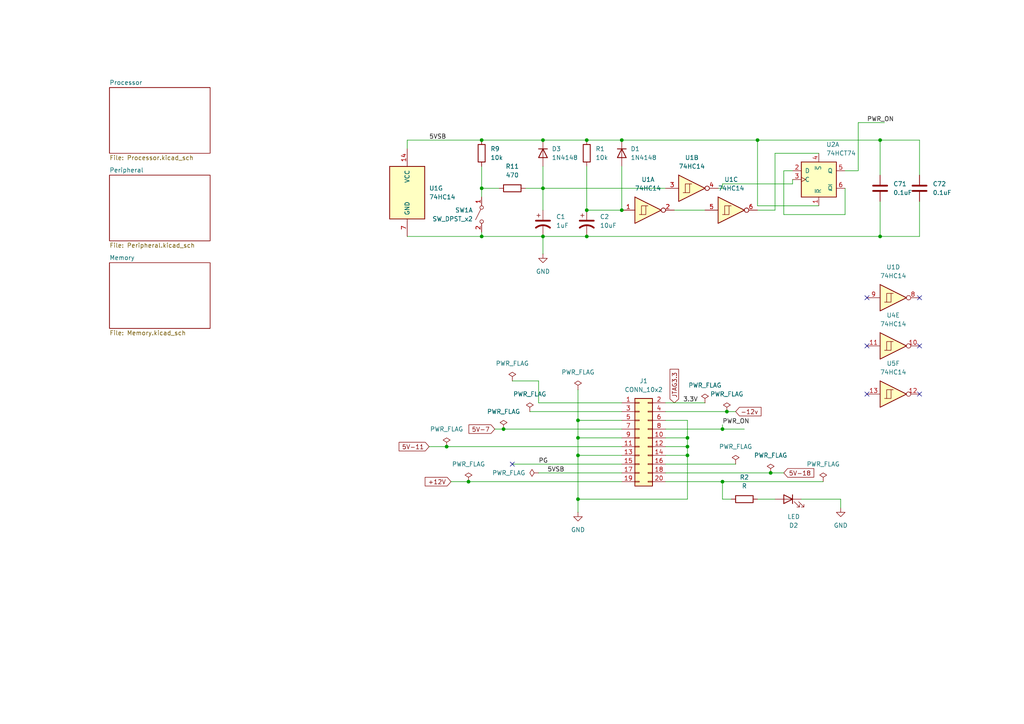
<source format=kicad_sch>
(kicad_sch (version 20250114) (generator "eeschema") (generator_version "9.0")
  (paper "A4")
  (lib_symbols
    (symbol "74xx:74HC14" (pin_names (offset 1.016))
      (property "Reference" "U" (at 0 1.27 0))
      (property "Value" "74HC14" (at 0 -1.27 0))
      (symbol "74HC14_1_0"
        (polyline (pts (xy -3.81 3.81) (xy -3.81 -3.81) (xy 3.81 0) (xy -3.81 3.81)) (stroke (width 0.254)) (fill (type background)))
        (pin input line (at -7.62 0 0) (length 3.81) (name "~") (number "1"))
        (pin output inverted (at 7.62 0 180) (length 3.81) (name "~") (number "2"))
      )
      (symbol "74HC14_1_1"
        (polyline (pts (xy -2.54 -1.27) (xy -0.635 -1.27) (xy -0.635 1.27) (xy 0 1.27)))
        (polyline (pts (xy -1.905 -1.27) (xy -1.905 1.27) (xy -0.635 1.27)))
      )
      (symbol "74HC14_2_0"
        (polyline (pts (xy -3.81 3.81) (xy -3.81 -3.81) (xy 3.81 0) (xy -3.81 3.81)) (stroke (width 0.254)) (fill (type background)))
        (pin input line (at -7.62 0 0) (length 3.81) (name "~") (number "3"))
        (pin output inverted (at 7.62 0 180) (length 3.81) (name "~") (number "4"))
      )
      (symbol "74HC14_2_1"
        (polyline (pts (xy -2.54 -1.27) (xy -0.635 -1.27) (xy -0.635 1.27) (xy 0 1.27)))
        (polyline (pts (xy -1.905 -1.27) (xy -1.905 1.27) (xy -0.635 1.27)))
      )
      (symbol "74HC14_3_0"
        (polyline (pts (xy -3.81 3.81) (xy -3.81 -3.81) (xy 3.81 0) (xy -3.81 3.81)) (stroke (width 0.254)) (fill (type background)))
        (pin input line (at -7.62 0 0) (length 3.81) (name "~") (number "5"))
        (pin output inverted (at 7.62 0 180) (length 3.81) (name "~") (number "6"))
      )
      (symbol "74HC14_3_1"
        (polyline (pts (xy -2.54 -1.27) (xy -0.635 -1.27) (xy -0.635 1.27) (xy 0 1.27)))
        (polyline (pts (xy -1.905 -1.27) (xy -1.905 1.27) (xy -0.635 1.27)))
      )
      (symbol "74HC14_4_0"
        (polyline (pts (xy -3.81 3.81) (xy -3.81 -3.81) (xy 3.81 0) (xy -3.81 3.81)) (stroke (width 0.254)) (fill (type background)))
        (pin input line (at -7.62 0 0) (length 3.81) (name "~") (number "9"))
        (pin output inverted (at 7.62 0 180) (length 3.81) (name "~") (number "8"))
      )
      (symbol "74HC14_4_1"
        (polyline (pts (xy -2.54 -1.27) (xy -0.635 -1.27) (xy -0.635 1.27) (xy 0 1.27)))
        (polyline (pts (xy -1.905 -1.27) (xy -1.905 1.27) (xy -0.635 1.27)))
      )
      (symbol "74HC14_5_0"
        (polyline (pts (xy -3.81 3.81) (xy -3.81 -3.81) (xy 3.81 0) (xy -3.81 3.81)) (stroke (width 0.254)) (fill (type background)))
        (pin input line (at -7.62 0 0) (length 3.81) (name "~") (number "11"))
        (pin output inverted (at 7.62 0 180) (length 3.81) (name "~") (number "10"))
      )
      (symbol "74HC14_5_1"
        (polyline (pts (xy -2.54 -1.27) (xy -0.635 -1.27) (xy -0.635 1.27) (xy 0 1.27)))
        (polyline (pts (xy -1.905 -1.27) (xy -1.905 1.27) (xy -0.635 1.27)))
      )
      (symbol "74HC14_6_0"
        (polyline (pts (xy -3.81 3.81) (xy -3.81 -3.81) (xy 3.81 0) (xy -3.81 3.81)) (stroke (width 0.254)) (fill (type background)))
        (pin input line (at -7.62 0 0) (length 3.81) (name "~") (number "13"))
        (pin output inverted (at 7.62 0 180) (length 3.81) (name "~") (number "12"))
      )
      (symbol "74HC14_6_1"
        (polyline (pts (xy -2.54 -1.27) (xy -0.635 -1.27) (xy -0.635 1.27) (xy 0 1.27)))
        (polyline (pts (xy -1.905 -1.27) (xy -1.905 1.27) (xy -0.635 1.27)))
      )
      (symbol "74HC14_7_0"
        (pin power_in line (at 0 12.7 270) (length 5.08) (name "VCC") (number "14"))
        (pin power_in line (at 0 -12.7 90) (length 5.08) (name "GND") (number "7"))
      )
      (symbol "74HC14_7_1"
        (rectangle (start -5.08 7.62) (end 5.08 -7.62) (stroke (width 0.254)) (fill (type background)))
      )
    )
    (symbol "74xx:74HCT74" (pin_names (offset 1.016))
      (property "Reference" "U" (at -7.62 8.89 0))
      (property "Value" "74HCT74" (at -7.62 -8.89 0))
      (symbol "74HCT74_1_0"
        (pin input line (at -7.62 2.54 0) (length 2.54) (name "D") (number "2"))
        (pin input clock (at -7.62 0 0) (length 2.54) (name "C") (number "3"))
        (pin input line (at 0 7.62 270) (length 2.54) (name "~{S}") (number "4"))
        (pin input line (at 0 -7.62 90) (length 2.54) (name "~{R}") (number "1"))
        (pin output line (at 7.62 2.54 180) (length 2.54) (name "Q") (number "5"))
        (pin output line (at 7.62 -2.54 180) (length 2.54) (name "~{Q}") (number "6"))
      )
      (symbol "74HCT74_1_1"
        (rectangle (start -5.08 5.08) (end 5.08 -5.08) (stroke (width 0.254)) (fill (type background)))
      )
      (symbol "74HCT74_2_0"
        (pin input line (at -7.62 2.54 0) (length 2.54) (name "D") (number "12"))
        (pin input clock (at -7.62 0 0) (length 2.54) (name "C") (number "11"))
        (pin input line (at 0 7.62 270) (length 2.54) (name "~{S}") (number "10"))
        (pin input line (at 0 -7.62 90) (length 2.54) (name "~{R}") (number "13"))
        (pin output line (at 7.62 2.54 180) (length 2.54) (name "Q") (number "9"))
        (pin output line (at 7.62 -2.54 180) (length 2.54) (name "~{Q}") (number "8"))
      )
      (symbol "74HCT74_2_1"
        (rectangle (start -5.08 5.08) (end 5.08 -5.08) (stroke (width 0.254)) (fill (type background)))
      )
      (symbol "74HCT74_3_0"
        (pin power_in line (at 0 10.16 270) (length 2.54) (name "VCC") (number "14"))
        (pin power_in line (at 0 -10.16 90) (length 2.54) (name "GND") (number "7"))
      )
      (symbol "74HCT74_3_1"
        (rectangle (start -5.08 7.62) (end 5.08 -7.62) (stroke (width 0.254)) (fill (type background)))
      )
    )
    (symbol "Connector_Generic:Conn_02x10_Odd_Even" (pin_names (offset 1.016) (hide yes))
      (property "Reference" "J" (at 1.27 12.7 0))
      (property "Value" "Conn_02x10_Odd_Even" (at 1.27 -15.24 0))
      (symbol "Conn_02x10_Odd_Even_1_1"
        (rectangle (start -1.27 11.43) (end 3.81 -13.97) (stroke (width 0.254)) (fill (type background)))
        (rectangle (start -1.27 10.287) (end 0 10.033) (stroke (width 0.1524)))
        (rectangle (start -1.27 7.747) (end 0 7.493) (stroke (width 0.1524)))
        (rectangle (start -1.27 5.207) (end 0 4.953) (stroke (width 0.1524)))
        (rectangle (start -1.27 2.667) (end 0 2.413) (stroke (width 0.1524)))
        (rectangle (start -1.27 0.127) (end 0 -0.127) (stroke (width 0.1524)))
        (rectangle (start -1.27 -2.413) (end 0 -2.667) (stroke (width 0.1524)))
        (rectangle (start -1.27 -4.953) (end 0 -5.207) (stroke (width 0.1524)))
        (rectangle (start -1.27 -7.493) (end 0 -7.747) (stroke (width 0.1524)))
        (rectangle (start -1.27 -10.033) (end 0 -10.287) (stroke (width 0.1524)))
        (rectangle (start -1.27 -12.573) (end 0 -12.827) (stroke (width 0.1524)))
        (rectangle (start 3.81 10.287) (end 2.54 10.033) (stroke (width 0.1524)))
        (rectangle (start 3.81 7.747) (end 2.54 7.493) (stroke (width 0.1524)))
        (rectangle (start 3.81 5.207) (end 2.54 4.953) (stroke (width 0.1524)))
        (rectangle (start 3.81 2.667) (end 2.54 2.413) (stroke (width 0.1524)))
        (rectangle (start 3.81 0.127) (end 2.54 -0.127) (stroke (width 0.1524)))
        (rectangle (start 3.81 -2.413) (end 2.54 -2.667) (stroke (width 0.1524)))
        (rectangle (start 3.81 -4.953) (end 2.54 -5.207) (stroke (width 0.1524)))
        (rectangle (start 3.81 -7.493) (end 2.54 -7.747) (stroke (width 0.1524)))
        (rectangle (start 3.81 -10.033) (end 2.54 -10.287) (stroke (width 0.1524)))
        (rectangle (start 3.81 -12.573) (end 2.54 -12.827) (stroke (width 0.1524)))
        (pin passive line (at -5.08 10.16 0) (length 3.81) (name "Pin_1") (number "1"))
        (pin passive line (at -5.08 7.62 0) (length 3.81) (name "Pin_3") (number "3"))
        (pin passive line (at -5.08 5.08 0) (length 3.81) (name "Pin_5") (number "5"))
        (pin passive line (at -5.08 2.54 0) (length 3.81) (name "Pin_7") (number "7"))
        (pin passive line (at -5.08 0 0) (length 3.81) (name "Pin_9") (number "9"))
        (pin passive line (at -5.08 -2.54 0) (length 3.81) (name "Pin_11") (number "11"))
        (pin passive line (at -5.08 -5.08 0) (length 3.81) (name "Pin_13") (number "13"))
        (pin passive line (at -5.08 -7.62 0) (length 3.81) (name "Pin_15") (number "15"))
        (pin passive line (at -5.08 -10.16 0) (length 3.81) (name "Pin_17") (number "17"))
        (pin passive line (at -5.08 -12.7 0) (length 3.81) (name "Pin_19") (number "19"))
        (pin passive line (at 7.62 10.16 180) (length 3.81) (name "Pin_2") (number "2"))
        (pin passive line (at 7.62 7.62 180) (length 3.81) (name "Pin_4") (number "4"))
        (pin passive line (at 7.62 5.08 180) (length 3.81) (name "Pin_6") (number "6"))
        (pin passive line (at 7.62 2.54 180) (length 3.81) (name "Pin_8") (number "8"))
        (pin passive line (at 7.62 0 180) (length 3.81) (name "Pin_10") (number "10"))
        (pin passive line (at 7.62 -2.54 180) (length 3.81) (name "Pin_12") (number "12"))
        (pin passive line (at 7.62 -5.08 180) (length 3.81) (name "Pin_14") (number "14"))
        (pin passive line (at 7.62 -7.62 180) (length 3.81) (name "Pin_16") (number "16"))
        (pin passive line (at 7.62 -10.16 180) (length 3.81) (name "Pin_18") (number "18"))
        (pin passive line (at 7.62 -12.7 180) (length 3.81) (name "Pin_20") (number "20"))
      )
    )
    (symbol "Device:C" (pin_numbers (hide yes)) (pin_names (offset 0.254))
      (property "Reference" "C" (at 0.635 2.54 0))
      (property "Value" "C" (at 0.635 -2.54 0))
      (symbol "C_0_1"
        (polyline (pts (xy -2.032 0.762) (xy 2.032 0.762)) (stroke (width 0.508)))
        (polyline (pts (xy -2.032 -0.762) (xy 2.032 -0.762)) (stroke (width 0.508)))
      )
      (symbol "C_1_1"
        (pin passive line (at 0 3.81 270) (length 2.794) (name "~") (number "1"))
        (pin passive line (at 0 -3.81 90) (length 2.794) (name "~") (number "2"))
      )
    )
    (symbol "Device:C_Polarized_US" (pin_numbers (hide yes)) (pin_names (offset 0.254) (hide yes))
      (property "Reference" "C" (at 0.635 2.54 0))
      (property "Value" "C_Polarized_US" (at 0.635 -2.54 0))
      (symbol "C_Polarized_US_0_1"
        (polyline (pts (xy -2.032 0.762) (xy 2.032 0.762)) (stroke (width 0.508)))
        (polyline (pts (xy -1.778 2.286) (xy -0.762 2.286)))
        (polyline (pts (xy -1.27 1.778) (xy -1.27 2.794)))
        (arc (start -2.032 -1.27) (mid 0 -0.5572) (end 2.032 -1.27) (stroke (width 0.508)))
      )
      (symbol "C_Polarized_US_1_1"
        (pin passive line (at 0 3.81 270) (length 2.794) (name "~") (number "1"))
        (pin passive line (at 0 -3.81 90) (length 3.302) (name "~") (number "2"))
      )
    )
    (symbol "Device:LED" (pin_numbers (hide yes)) (pin_names (offset 1.016) (hide yes))
      (property "Reference" "D" (at 0 2.54 0))
      (property "Value" "LED" (at 0 -2.54 0))
      (symbol "LED_0_1"
        (polyline (pts (xy -3.048 -0.762) (xy -4.572 -2.286) (xy -3.81 -2.286) (xy -4.572 -2.286) (xy -4.572 -1.524)))
        (polyline (pts (xy -1.778 -0.762) (xy -3.302 -2.286) (xy -2.54 -2.286) (xy -3.302 -2.286) (xy -3.302 -1.524)))
        (polyline (pts (xy -1.27 0) (xy 1.27 0)))
        (polyline (pts (xy -1.27 -1.27) (xy -1.27 1.27)) (stroke (width 0.254)))
        (polyline (pts (xy 1.27 -1.27) (xy 1.27 1.27) (xy -1.27 0) (xy 1.27 -1.27)) (stroke (width 0.254)))
      )
      (symbol "LED_1_1"
        (pin passive line (at -3.81 0 0) (length 2.54) (name "K") (number "1"))
        (pin passive line (at 3.81 0 180) (length 2.54) (name "A") (number "2"))
      )
    )
    (symbol "Device:R" (pin_numbers (hide yes)) (pin_names (offset 0))
      (property "Reference" "R" (at 2.032 0 90))
      (property "Value" "R" (at 0 0 90))
      (symbol "R_0_1"
        (rectangle (start -1.016 -2.54) (end 1.016 2.54) (stroke (width 0.254)))
      )
      (symbol "R_1_1"
        (pin passive line (at 0 3.81 270) (length 1.27) (name "~") (number "1"))
        (pin passive line (at 0 -3.81 90) (length 1.27) (name "~") (number "2"))
      )
    )
    (symbol "Diode:1N4148" (pin_numbers (hide yes)) (pin_names (hide yes))
      (property "Reference" "D" (at 0 2.54 0))
      (property "Value" "1N4148" (at 0 -2.54 0))
      (symbol "1N4148_0_1"
        (polyline (pts (xy -1.27 1.27) (xy -1.27 -1.27)) (stroke (width 0.254)))
        (polyline (pts (xy 1.27 1.27) (xy 1.27 -1.27) (xy -1.27 0) (xy 1.27 1.27)) (stroke (width 0.254)))
        (polyline (pts (xy 1.27 0) (xy -1.27 0)))
      )
      (symbol "1N4148_1_1"
        (pin passive line (at -3.81 0 0) (length 2.54) (name "K") (number "1"))
        (pin passive line (at 3.81 0 180) (length 2.54) (name "A") (number "2"))
      )
    )
    (symbol "Switch:SW_DPST_x2" (pin_names (offset 0) (hide yes))
      (property "Reference" "SW" (at 0 3.175 0))
      (property "Value" "SW_DPST_x2" (at 0 -2.54 0))
      (symbol "SW_DPST_x2_0_0"
        (circle (center -2.032 0) (radius 0.508))
        (polyline (pts (xy -1.524 0.254) (xy 1.524 1.778)))
        (circle (center 2.032 0) (radius 0.508))
      )
      (symbol "SW_DPST_x2_1_1"
        (pin passive line (at -5.08 0 0) (length 2.54) (name "A") (number "1"))
        (pin passive line (at 5.08 0 180) (length 2.54) (name "B") (number "2"))
      )
      (symbol "SW_DPST_x2_2_1"
        (pin passive line (at -5.08 0 0) (length 2.54) (name "A") (number "3"))
        (pin passive line (at 5.08 0 180) (length 2.54) (name "B") (number "4"))
      )
    )
    (symbol "power:GND" (power) (pin_numbers (hide yes)) (pin_names (offset 0) (hide yes))
      (property "Value" "GND" (at 0 -3.81 0))
      (symbol "GND_0_1"
        (polyline (pts (xy 0 0) (xy 0 -1.27) (xy 1.27 -1.27) (xy 0 -2.54) (xy -1.27 -1.27) (xy 0 -1.27)))
      )
      (symbol "GND_1_1"
        (pin power_in line (at 0 0 270) (length 0) (name "~") (number "1"))
      )
    )
    (symbol "power:PWR_FLAG" (power) (pin_numbers (hide yes)) (pin_names (offset 0) (hide yes))
      (property "Value" "PWR_FLAG" (at 0 3.81 0))
      (symbol "PWR_FLAG_0_0"
        (pin power_out line (at 0 0 90) (length 0) (name "~") (number "1"))
      )
      (symbol "PWR_FLAG_0_1"
        (polyline (pts (xy 0 0) (xy 0 1.27) (xy -1.016 1.905) (xy 0 2.54) (xy 1.016 1.905) (xy 0 1.27)))
      )
    )
  )
  (junction (at 219.71 40.64))
  (junction (at 180.34 40.64))
  (junction (at 170.18 60.96))
  (junction (at 255.27 40.64))
  (junction (at 199.39 127))
  (junction (at 210.82 119.38))
  (junction (at 223.52 137.16))
  (junction (at 129.54 129.54))
  (junction (at 209.55 139.7))
  (junction (at 167.64 127))
  (junction (at 167.64 132.08))
  (junction (at 139.7 40.64))
  (junction (at 170.18 40.64))
  (junction (at 199.39 129.54))
  (junction (at 167.64 121.92))
  (junction (at 209.55 124.46))
  (junction (at 135.89 139.7))
  (junction (at 157.48 68.58))
  (junction (at 139.7 54.61))
  (junction (at 255.27 68.58))
  (junction (at 170.18 68.58))
  (junction (at 139.7 68.58))
  (junction (at 180.34 60.96))
  (junction (at 146.05 124.46))
  (junction (at 199.39 132.08))
  (junction (at 157.48 40.64))
  (junction (at 157.48 54.61))
  (junction (at 167.64 144.78))
  (no_connect (at 251.46 114.3))
  (no_connect (at 251.46 86.36))
  (no_connect (at 266.7 100.33))
  (no_connect (at 148.59 134.62))
  (no_connect (at 266.7 114.3))
  (no_connect (at 251.46 100.33))
  (no_connect (at 266.7 86.36))
  (wire (pts (xy 199.39 127) (xy 199.39 129.54)))
  (wire (pts (xy 180.34 127) (xy 167.64 127)))
  (wire (pts (xy 118.11 43.18) (xy 118.11 40.64)))
  (wire (pts (xy 157.48 48.26) (xy 157.48 54.61)))
  (wire (pts (xy 118.11 40.64) (xy 139.7 40.64)))
  (wire (pts (xy 248.92 49.53) (xy 245.11 49.53)))
  (wire (pts (xy 167.64 121.92) (xy 180.34 121.92)))
  (wire (pts (xy 146.05 124.46) (xy 180.34 124.46)))
  (wire (pts (xy 135.89 139.7) (xy 180.34 139.7)))
  (wire (pts (xy 209.55 124.46) (xy 215.9 124.46)))
  (wire (pts (xy 209.55 54.61) (xy 208.28 54.61)))
  (wire (pts (xy 199.39 129.54) (xy 199.39 132.08)))
  (wire (pts (xy 139.7 68.58) (xy 157.48 68.58)))
  (wire (pts (xy 193.04 119.38) (xy 210.82 119.38)))
  (wire (pts (xy 199.39 132.08) (xy 199.39 144.78)))
  (wire (pts (xy 213.36 119.38) (xy 210.82 119.38)))
  (wire (pts (xy 193.04 54.61) (xy 157.48 54.61)))
  (wire (pts (xy 180.34 48.26) (xy 180.34 60.96)))
  (wire (pts (xy 255.27 40.64) (xy 219.71 40.64)))
  (wire (pts (xy 248.92 35.56) (xy 256.54 35.56)))
  (wire (pts (xy 266.7 50.8) (xy 266.7 40.64)))
  (wire (pts (xy 255.27 68.58) (xy 170.18 68.58)))
  (wire (pts (xy 157.48 73.66) (xy 157.48 68.58)))
  (wire (pts (xy 167.64 113.03) (xy 167.64 121.92)))
  (wire (pts (xy 237.49 59.69) (xy 219.71 59.69)))
  (wire (pts (xy 144.78 54.61) (xy 139.7 54.61)))
  (wire (pts (xy 232.41 144.78) (xy 243.84 144.78)))
  (wire (pts (xy 167.64 127) (xy 167.64 121.92)))
  (wire (pts (xy 157.48 60.96) (xy 157.48 54.61)))
  (wire (pts (xy 255.27 58.42) (xy 255.27 68.58)))
  (wire (pts (xy 219.71 144.78) (xy 224.79 144.78)))
  (wire (pts (xy 139.7 40.64) (xy 157.48 40.64)))
  (wire (pts (xy 139.7 67.31) (xy 139.7 68.58)))
  (wire (pts (xy 229.87 53.34) (xy 229.87 52.07)))
  (wire (pts (xy 170.18 48.26) (xy 170.18 60.96)))
  (wire (pts (xy 266.7 58.42) (xy 266.7 68.58)))
  (wire (pts (xy 167.64 144.78) (xy 199.39 144.78)))
  (wire (pts (xy 199.39 121.92) (xy 199.39 127)))
  (wire (pts (xy 219.71 40.64) (xy 180.34 40.64)))
  (wire (pts (xy 193.04 137.16) (xy 223.52 137.16)))
  (wire (pts (xy 156.21 137.16) (xy 180.34 137.16)))
  (wire (pts (xy 219.71 59.69) (xy 219.71 40.64)))
  (wire (pts (xy 193.04 139.7) (xy 209.55 139.7)))
  (wire (pts (xy 204.47 116.84) (xy 193.04 116.84)))
  (wire (pts (xy 193.04 134.62) (xy 213.36 134.62)))
  (wire (pts (xy 209.55 54.61) (xy 209.55 53.34)))
  (wire (pts (xy 193.04 129.54) (xy 199.39 129.54)))
  (wire (pts (xy 212.09 144.78) (xy 209.55 144.78)))
  (wire (pts (xy 170.18 40.64) (xy 180.34 40.64)))
  (wire (pts (xy 229.87 49.53) (xy 227.33 49.53)))
  (wire (pts (xy 209.55 139.7) (xy 238.76 139.7)))
  (wire (pts (xy 167.64 132.08) (xy 167.64 144.78)))
  (wire (pts (xy 139.7 48.26) (xy 139.7 54.61)))
  (wire (pts (xy 248.92 35.56) (xy 248.92 49.53)))
  (wire (pts (xy 193.04 132.08) (xy 199.39 132.08)))
  (wire (pts (xy 167.64 132.08) (xy 180.34 132.08)))
  (wire (pts (xy 227.33 62.23) (xy 245.11 62.23)))
  (wire (pts (xy 139.7 54.61) (xy 139.7 57.15)))
  (wire (pts (xy 209.55 53.34) (xy 229.87 53.34)))
  (wire (pts (xy 223.52 137.16) (xy 227.33 137.16)))
  (wire (pts (xy 266.7 40.64) (xy 255.27 40.64)))
  (wire (pts (xy 153.67 119.38) (xy 180.34 119.38)))
  (wire (pts (xy 130.81 139.7) (xy 135.89 139.7)))
  (wire (pts (xy 180.34 116.84) (xy 156.21 116.84)))
  (wire (pts (xy 180.34 60.96) (xy 170.18 60.96)))
  (wire (pts (xy 148.59 110.49) (xy 156.21 110.49)))
  (wire (pts (xy 193.04 124.46) (xy 209.55 124.46)))
  (wire (pts (xy 157.48 68.58) (xy 170.18 68.58)))
  (wire (pts (xy 219.71 60.96) (xy 224.79 60.96)))
  (wire (pts (xy 167.64 132.08) (xy 167.64 127)))
  (wire (pts (xy 143.51 124.46) (xy 146.05 124.46)))
  (wire (pts (xy 245.11 62.23) (xy 245.11 54.61)))
  (wire (pts (xy 157.48 40.64) (xy 170.18 40.64)))
  (wire (pts (xy 124.46 129.54) (xy 129.54 129.54)))
  (wire (pts (xy 157.48 54.61) (xy 152.4 54.61)))
  (wire (pts (xy 118.11 68.58) (xy 139.7 68.58)))
  (wire (pts (xy 209.55 144.78) (xy 209.55 139.7)))
  (wire (pts (xy 243.84 144.78) (xy 243.84 147.32)))
  (wire (pts (xy 255.27 50.8) (xy 255.27 40.64)))
  (wire (pts (xy 224.79 44.45) (xy 237.49 44.45)))
  (wire (pts (xy 195.58 60.96) (xy 204.47 60.96)))
  (wire (pts (xy 148.59 134.62) (xy 180.34 134.62)))
  (wire (pts (xy 209.55 123.19) (xy 209.55 124.46)))
  (wire (pts (xy 224.79 60.96) (xy 224.79 44.45)))
  (wire (pts (xy 193.04 121.92) (xy 199.39 121.92)))
  (wire (pts (xy 156.21 116.84) (xy 156.21 110.49)))
  (wire (pts (xy 167.64 144.78) (xy 167.64 148.59)))
  (wire (pts (xy 227.33 49.53) (xy 227.33 62.23)))
  (wire (pts (xy 129.54 129.54) (xy 180.34 129.54)))
  (wire (pts (xy 193.04 127) (xy 199.39 127)))
  (wire (pts (xy 266.7 68.58) (xy 255.27 68.58)))
  (label "PG" (at 156.21 134.62 0))
  (label "3.3V" (at 198.12 116.84 0))
  (label "5VSB" (at 158.75 137.16 0))
  (label "5VSB" (at 124.46 40.64 0))
  (label "PWR_ON" (at 209.55 123.19 0))
  (label "PWR_ON" (at 251.46 35.56 0))
  (global_label "5V-11" (shape input) (at 124.46 129.54 180) (property "Intersheetrefs" "${INTERSHEET_REFS}" (effects (hide yes))))
  (global_label "-12v" (shape input) (at 213.36 119.38 0) (property "Intersheetrefs" "${INTERSHEET_REFS}" (effects (hide yes))))
  (global_label "5V-7" (shape input) (at 143.51 124.46 180) (property "Intersheetrefs" "${INTERSHEET_REFS}" (effects (hide yes))))
  (global_label "+12V" (shape input) (at 130.81 139.7 180) (property "Intersheetrefs" "${INTERSHEET_REFS}" (effects (hide yes))))
  (global_label "JTAG3.3" (shape input) (at 195.58 116.84 90) (property "Intersheetrefs" "${INTERSHEET_REFS}" (effects (hide yes))))
  (global_label "5V-18" (shape input) (at 227.33 137.16 0) (property "Intersheetrefs" "${INTERSHEET_REFS}" (effects (hide yes))))
  (symbol (lib_id "Device:R") (at 139.7 44.45 180) (unit 1)
    (property "Reference" "R9" (at 142.24 43.1799 0) (effects (justify right)))
    (property "Value" "10k" (at 142.24 45.7199 0) (effects (justify right)))
    (property "Description" "Resistor" (effects (hide yes)))
  )
  (symbol (lib_id "Device:R") (at 170.18 44.45 180) (unit 1)
    (property "Reference" "R1" (at 172.72 43.1799 0) (effects (justify right)))
    (property "Value" "10k" (at 172.72 45.7199 0) (effects (justify right)))
    (property "Description" "Resistor" (effects (hide yes)))
  )
  (symbol (lib_id "Device:C") (at 266.7 54.61 0) (unit 1)
    (property "Reference" "C72" (at 270.51 53.3399 0) (effects (justify left)))
    (property "Value" "0.1uF" (at 270.51 55.8799 0) (effects (justify left)))
    (property "Description" "Unpolarized capacitor" (effects (hide yes)))
  )
  (symbol (lib_id "power:PWR_FLAG") (at 146.05 124.46 0) (unit 1)
    (property "Reference" "#FLG010" (effects (hide yes)))
    (property "Value" "PWR_FLAG" (at 146.05 119.38 0))
    (property "Description" "Special symbol for telling ERC where power comes from" (effects (hide yes)))
  )
  (symbol (lib_id "Connector_Generic:Conn_02x10_Odd_Even") (at 185.42 127 0) (unit 1)
    (property "Reference" "J1" (at 186.69 110.49 0))
    (property "Value" "CONN_10x2" (at 186.69 113.03 0))
    (property "Description" "Generic connector, double row, 02x10, odd/even pin numbering scheme (row 1 odd numbers, row 2 even numbers), script generated (kicad-library-utils/schlib/autogen/connector/)" (effects (hide yes)))
  )
  (symbol (lib_id "74xx:74HC14") (at 259.08 86.36 0) (unit 4)
    (property "Reference" "U1" (at 259.08 77.47 0))
    (property "Value" "74HC14" (at 259.08 80.01 0))
    (property "Datasheet" "http://www.ti.com/lit/gpn/sn74HC14" (effects (hide yes)))
    (property "Description" "Hex inverter schmitt trigger" (effects (hide yes)))
  )
  (symbol (lib_id "power:PWR_FLAG") (at 204.47 116.84 0) (unit 1)
    (property "Reference" "#FLG01" (effects (hide yes)))
    (property "Value" "PWR_FLAG" (at 204.47 111.76 0))
    (property "Description" "Special symbol for telling ERC where power comes from" (effects (hide yes)))
  )
  (symbol (lib_id "power:PWR_FLAG") (at 156.21 137.16 90) (unit 1)
    (property "Reference" "#FLG08" (effects (hide yes)))
    (property "Value" "PWR_FLAG" (at 152.4 137.1599 90) (effects (justify left)))
    (property "Description" "Special symbol for telling ERC where power comes from" (effects (hide yes)))
  )
  (symbol (lib_id "Switch:SW_DPST_x2") (at 139.7 62.23 90) (mirror x) (unit 1)
    (property "Reference" "SW1" (at 137.16 60.9599 90) (effects (justify left)))
    (property "Value" "SW_DPST_x2" (at 137.16 63.4999 90) (effects (justify left)))
    (property "Description" "Single Pole Single Throw (SPST) switch, separate symbol" (effects (hide yes)))
  )
  (symbol (lib_id "power:PWR_FLAG") (at 213.36 134.62 0) (unit 1)
    (property "Reference" "#FLG06" (effects (hide yes)))
    (property "Value" "PWR_FLAG" (at 213.36 129.54 0))
    (property "Description" "Special symbol for telling ERC where power comes from" (effects (hide yes)))
  )
  (symbol (lib_id "power:GND") (at 157.48 73.66 0) (unit 1)
    (property "Reference" "#PWR01" (effects (hide yes)))
    (property "Value" "GND" (at 157.48 78.74 0))
    (property "Description" "Power symbol creates a global label with name \"GND\" , ground" (effects (hide yes)))
  )
  (symbol (lib_id "Diode:1N4148") (at 157.48 44.45 270) (unit 1)
    (property "Reference" "D3" (at 160.02 43.1799 90) (effects (justify left)))
    (property "Value" "1N4148" (at 160.02 45.7199 90) (effects (justify left)))
    (property "Footprint" "Diode_THT:D_DO-35_SOD27_P7.62mm_Horizontal" (effects (hide yes)))
    (property "Datasheet" "https://assets.nexperia.com/documents/data-sheet/1N4148_1N4448.pdf" (effects (hide yes)))
    (property "Description" "100V 0.15A standard switching diode, DO-35" (effects (hide yes)))
    (property "Sim.Device" "D" (effects (hide yes)))
    (property "Sim.Pins" "1=K 2=A" (effects (hide yes)))
  )
  (symbol (lib_id "power:PWR_FLAG") (at 135.89 139.7 0) (unit 1)
    (property "Reference" "#FLG07" (effects (hide yes)))
    (property "Value" "PWR_FLAG" (at 135.89 134.62 0))
    (property "Description" "Special symbol for telling ERC where power comes from" (effects (hide yes)))
  )
  (symbol (lib_id "74xx:74HC14") (at 118.11 55.88 0) (unit 7)
    (property "Reference" "U1" (at 124.46 54.6099 0) (effects (justify left)))
    (property "Value" "74HC14" (at 124.46 57.1499 0) (effects (justify left)))
    (property "Datasheet" "http://www.ti.com/lit/gpn/sn74HC14" (effects (hide yes)))
    (property "Description" "Hex inverter schmitt trigger" (effects (hide yes)))
  )
  (symbol (lib_id "Device:C_Polarized_US") (at 170.18 64.77 0) (unit 1)
    (property "Reference" "C2" (at 173.99 62.8649 0) (effects (justify left)))
    (property "Value" "10uF" (at 173.99 65.4049 0) (effects (justify left)))
    (property "Description" "Polarized capacitor, US symbol" (effects (hide yes)))
  )
  (symbol (lib_id "power:GND") (at 243.84 147.32 0) (unit 1)
    (property "Reference" "#PWR03" (effects (hide yes)))
    (property "Value" "GND" (at 243.84 152.4 0))
    (property "Description" "Power symbol creates a global label with name \"GND\" , ground" (effects (hide yes)))
  )
  (symbol (lib_id "74xx:74HC14") (at 187.96 60.96 0) (unit 1)
    (property "Reference" "U1" (at 187.96 52.07 0))
    (property "Value" "74HC14" (at 187.96 54.61 0))
    (property "Datasheet" "http://www.ti.com/lit/gpn/sn74HC14" (effects (hide yes)))
    (property "Description" "Hex inverter schmitt trigger" (effects (hide yes)))
  )
  (symbol (lib_id "Device:R") (at 148.59 54.61 90) (unit 1)
    (property "Reference" "R11" (at 148.59 48.26 90))
    (property "Value" "470" (at 148.59 50.8 90))
    (property "Description" "Resistor" (effects (hide yes)))
  )
  (symbol (lib_id "Diode:1N4148") (at 180.34 44.45 270) (unit 1)
    (property "Reference" "D1" (at 182.88 43.1799 90) (effects (justify left)))
    (property "Value" "1N4148" (at 182.88 45.7199 90) (effects (justify left)))
    (property "Footprint" "Diode_THT:D_DO-35_SOD27_P7.62mm_Horizontal" (effects (hide yes)))
    (property "Datasheet" "https://assets.nexperia.com/documents/data-sheet/1N4148_1N4448.pdf" (effects (hide yes)))
    (property "Description" "100V 0.15A standard switching diode, DO-35" (effects (hide yes)))
    (property "Sim.Device" "D" (effects (hide yes)))
    (property "Sim.Pins" "1=K 2=A" (effects (hide yes)))
  )
  (symbol (lib_id "74xx:74HC14") (at 212.09 60.96 0) (unit 3)
    (property "Reference" "U1" (at 212.09 52.07 0))
    (property "Value" "74HC14" (at 212.09 54.61 0))
    (property "Datasheet" "http://www.ti.com/lit/gpn/sn74HC14" (effects (hide yes)))
    (property "Description" "Hex inverter schmitt trigger" (effects (hide yes)))
  )
  (symbol (lib_id "power:PWR_FLAG") (at 167.64 113.03 0) (unit 1)
    (property "Reference" "#FLG03" (effects (hide yes)))
    (property "Value" "PWR_FLAG" (at 167.64 107.95 0))
    (property "Description" "Special symbol for telling ERC where power comes from" (effects (hide yes)))
  )
  (symbol (lib_id "Device:R") (at 215.9 144.78 90) (unit 1)
    (property "Reference" "R2" (at 215.9 138.43 90))
    (property "Value" "R" (at 215.9 140.97 90))
    (property "Description" "Resistor" (effects (hide yes)))
  )
  (symbol (lib_id "Device:LED") (at 228.6 144.78 0) (mirror y) (unit 1)
    (property "Reference" "D2" (at 230.1875 152.4 0))
    (property "Value" "LED" (at 230.1875 149.86 0))
    (property "Description" "Light emitting diode" (effects (hide yes)))
    (property "Sim.Pins" "1=K 2=A" (effects (hide yes)))
  )
  (symbol (lib_id "power:PWR_FLAG") (at 223.52 137.16 0) (unit 1)
    (property "Reference" "#FLG05" (effects (hide yes)))
    (property "Value" "PWR_FLAG" (at 223.52 132.08 0))
    (property "Description" "Special symbol for telling ERC where power comes from" (effects (hide yes)))
  )
  (symbol (lib_id "power:PWR_FLAG") (at 129.54 129.54 0) (unit 1)
    (property "Reference" "#FLG09" (effects (hide yes)))
    (property "Value" "PWR_FLAG" (at 129.54 124.46 0))
    (property "Description" "Special symbol for telling ERC where power comes from" (effects (hide yes)))
  )
  (symbol (lib_id "Device:C") (at 255.27 54.61 0) (unit 1)
    (property "Reference" "C71" (at 259.08 53.3399 0) (effects (justify left)))
    (property "Value" "0.1uF" (at 259.08 55.8799 0) (effects (justify left)))
    (property "Description" "Unpolarized capacitor" (effects (hide yes)))
  )
  (symbol (lib_id "power:PWR_FLAG") (at 148.59 110.49 0) (unit 1)
    (property "Reference" "#FLG012" (effects (hide yes)))
    (property "Value" "PWR_FLAG" (at 148.59 105.41 0))
    (property "Description" "Special symbol for telling ERC where power comes from" (effects (hide yes)))
  )
  (symbol (lib_id "Device:C_Polarized_US") (at 157.48 64.77 0) (unit 1)
    (property "Reference" "C1" (at 161.29 62.8649 0) (effects (justify left)))
    (property "Value" "1uF" (at 161.29 65.4049 0) (effects (justify left)))
    (property "Description" "Polarized capacitor, US symbol" (effects (hide yes)))
  )
  (symbol (lib_id "74xx:74HCT74") (at 237.49 52.07 0) (unit 1)
    (property "Reference" "U2" (at 239.6333 41.91 0) (effects (justify left)))
    (property "Value" "74HCT74" (at 239.6333 44.45 0) (effects (justify left)))
    (property "Datasheet" "https://assets.nexperia.com/documents/data-sheet/74HC_HCT74.pdf" (effects (hide yes)))
    (property "Description" "Dual D Flip-flop, Set & Reset" (effects (hide yes)))
  )
  (symbol (lib_id "74xx:74HC14") (at 259.08 114.3 0) (unit 6)
    (property "Reference" "U5" (at 259.08 105.41 0))
    (property "Value" "74HC14" (at 259.08 107.95 0))
    (property "Datasheet" "http://www.ti.com/lit/gpn/sn74HC14" (effects (hide yes)))
    (property "Description" "Hex inverter schmitt trigger" (effects (hide yes)))
  )
  (symbol (lib_id "74xx:74HC14") (at 200.66 54.61 0) (unit 2)
    (property "Reference" "U1" (at 200.66 45.72 0))
    (property "Value" "74HC14" (at 200.66 48.26 0))
    (property "Datasheet" "http://www.ti.com/lit/gpn/sn74HC14" (effects (hide yes)))
    (property "Description" "Hex inverter schmitt trigger" (effects (hide yes)))
  )
  (symbol (lib_id "power:GND") (at 167.64 148.59 0) (unit 1)
    (property "Reference" "#PWR02" (effects (hide yes)))
    (property "Value" "GND" (at 167.64 153.67 0))
    (property "Description" "Power symbol creates a global label with name \"GND\" , ground" (effects (hide yes)))
  )
  (symbol (lib_id "74xx:74HC14") (at 259.08 100.33 0) (unit 5)
    (property "Reference" "U4" (at 259.08 91.44 0))
    (property "Value" "74HC14" (at 259.08 93.98 0))
    (property "Datasheet" "http://www.ti.com/lit/gpn/sn74HC14" (effects (hide yes)))
    (property "Description" "Hex inverter schmitt trigger" (effects (hide yes)))
  )
  (symbol (lib_id "power:PWR_FLAG") (at 238.76 139.7 0) (unit 1)
    (property "Reference" "#FLG04" (effects (hide yes)))
    (property "Value" "PWR_FLAG" (at 238.76 134.62 0))
    (property "Description" "Special symbol for telling ERC where power comes from" (effects (hide yes)))
  )
  (symbol (lib_id "power:PWR_FLAG") (at 210.82 119.38 0) (unit 1)
    (property "Reference" "#FLG02" (effects (hide yes)))
    (property "Value" "PWR_FLAG" (at 210.82 114.3 0))
    (property "Description" "Special symbol for telling ERC where power comes from" (effects (hide yes)))
  )
  (symbol (lib_id "power:PWR_FLAG") (at 153.67 119.38 0) (unit 1)
    (property "Reference" "#FLG011" (effects (hide yes)))
    (property "Value" "PWR_FLAG" (at 153.67 114.3 0))
    (property "Description" "Special symbol for telling ERC where power comes from" (effects (hide yes)))
  )
  (sheet (at 31.75 50.8) (size 29.21 19.05) (stroke (width 0.1524))
    (property "Sheetname" "Peripheral" (at 31.75 50.0884 0) (effects (justify left bottom)))
    (property "Sheetfile" "Peripheral.kicad_sch" (at 31.75 70.4346 0) (effects (justify left top)))
  )
  (sheet (at 31.75 25.4) (size 29.21 19.05) (stroke (width 0.1524))
    (property "Sheetname" "Processor" (at 31.75 24.6884 0) (effects (justify left bottom)))
    (property "Sheetfile" "Processor.kicad_sch" (at 31.75 45.0346 0) (effects (justify left top)))
  )
  (sheet (at 31.75 76.2) (size 29.21 19.05) (stroke (width 0.1524))
    (property "Sheetname" "Memory" (at 31.75 75.4884 0) (effects (justify left bottom)))
    (property "Sheetfile" "Memory.kicad_sch" (at 31.75 95.8346 0) (effects (justify left top)))
  )
)
</source>
